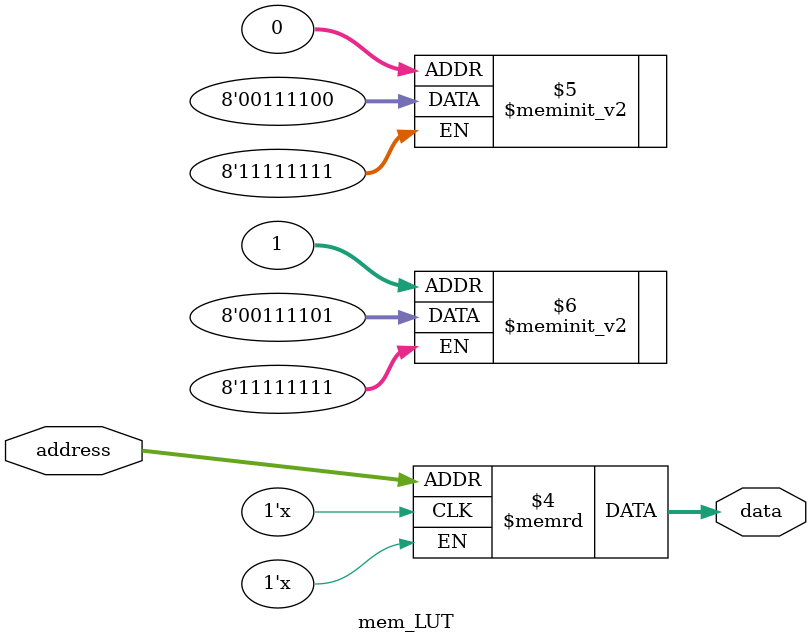
<source format=sv>
module mem_LUT (
  input [4:0] address,
  output logic [7:0] data
);

 logic [7:0] lut [0:31];

  initial begin
    lut[0] = 60;
    lut[1] = 61;
  end

  always_comb begin
    data = lut[address];
  end

endmodule

</source>
